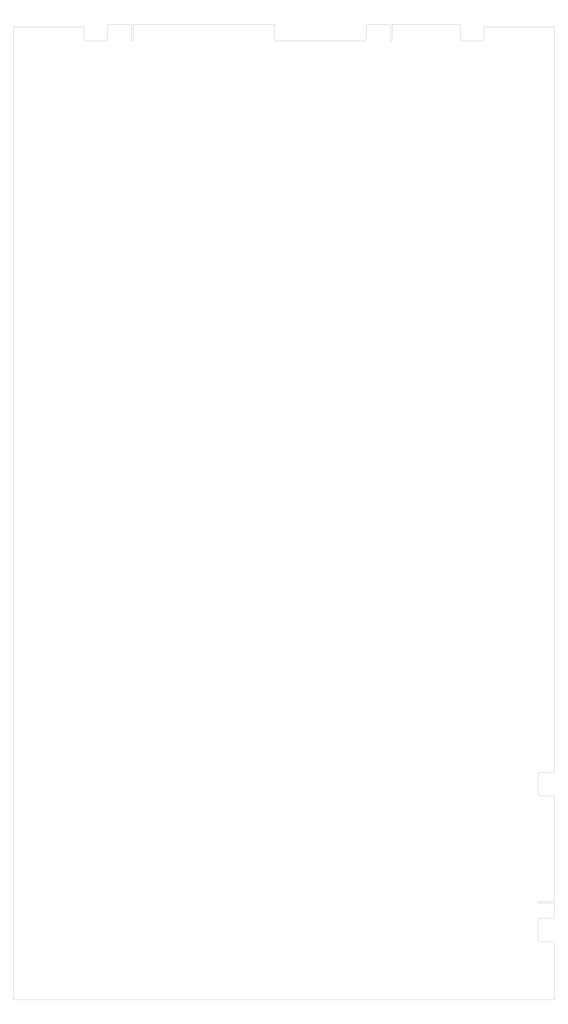
<source format=gbr>
%TF.GenerationSoftware,KiCad,Pcbnew,(6.0.1)*%
%TF.CreationDate,2022-02-09T00:16:26-07:00*%
%TF.ProjectId,atari_gravitar_black_widow,61746172-695f-4677-9261-76697461725f,rev?*%
%TF.SameCoordinates,Original*%
%TF.FileFunction,Profile,NP*%
%FSLAX46Y46*%
G04 Gerber Fmt 4.6, Leading zero omitted, Abs format (unit mm)*
G04 Created by KiCad (PCBNEW (6.0.1)) date 2022-02-09 00:16:26*
%MOMM*%
%LPD*%
G01*
G04 APERTURE LIST*
%TA.AperFunction,Profile*%
%ADD10C,0.025400*%
%TD*%
G04 APERTURE END LIST*
D10*
X316103000Y-496951000D02*
X325120000Y-496951000D01*
X316103000Y-496951000D02*
X316103000Y-497713000D01*
X325120000Y-497713000D02*
X316103000Y-497713000D01*
X325120000Y-496951000D02*
X325120000Y-440055000D01*
X325120000Y-506095000D02*
X325120000Y-497840000D01*
X325120000Y-440055000D02*
X317500000Y-440055000D01*
X316230000Y-438784999D02*
G75*
G03*
X317500000Y-440054999I1269999J-1D01*
G01*
X316230000Y-428625001D02*
X316230000Y-438784999D01*
X325120000Y-497840000D02*
X325120000Y-497713000D01*
X317500000Y-506095000D02*
X325120000Y-506095000D01*
X33020000Y-25400000D02*
X71120000Y-25400000D01*
X236601000Y-24130000D02*
X236601000Y-33020000D01*
X325120000Y-25400000D02*
X325120000Y-25400000D01*
X287020000Y-25400000D02*
X325120000Y-25400000D01*
X237490000Y-33020000D02*
X237490000Y-24130000D01*
X33020000Y-549910000D02*
X100965000Y-549910000D01*
X96774000Y-24130000D02*
X83820000Y-24130000D01*
X97663000Y-33020000D02*
X97663000Y-24130000D01*
X316230001Y-507365001D02*
X316230001Y-517524999D01*
X325120000Y-382270000D02*
X325120000Y-25400000D01*
X257175000Y-549910000D02*
X100965000Y-549910000D01*
X285750000Y-33020000D02*
X275590000Y-33020000D01*
X274320000Y-31750000D02*
X274320000Y-24130000D01*
X33020000Y-549910000D02*
X33020000Y-25400000D01*
X82550000Y-33020000D02*
G75*
G03*
X83820000Y-31750000I1J1269999D01*
G01*
X173990001Y-31749999D02*
X173990001Y-24129999D01*
X274320001Y-31750000D02*
G75*
G03*
X275590001Y-33020000I1269999J-1D01*
G01*
X285749999Y-33020000D02*
G75*
G03*
X287019999Y-31750000I1J1269999D01*
G01*
X317500001Y-506095001D02*
G75*
G03*
X316230001Y-507365001I-1J-1269999D01*
G01*
X222249999Y-33019999D02*
G75*
G03*
X223519999Y-31749999I1J1269999D01*
G01*
X325120000Y-549910000D02*
X257175000Y-549910000D01*
X316230001Y-517524999D02*
G75*
G03*
X317500001Y-518794999I1269999J-1D01*
G01*
X325120000Y-518795000D02*
X325120000Y-549910000D01*
X71120000Y-31750000D02*
G75*
G03*
X72390000Y-33020000I1269999J-1D01*
G01*
X274320000Y-24130000D02*
X237490000Y-24130000D01*
X97663000Y-24130000D02*
X173990001Y-24129999D01*
X96774000Y-24130000D02*
X96774000Y-33020000D01*
X325120000Y-427355000D02*
X325120000Y-382270000D01*
X82550000Y-33020000D02*
X72390000Y-33020000D01*
X236601000Y-24130000D02*
X223520000Y-24130000D01*
X71120000Y-31750000D02*
X71120000Y-25400000D01*
X287019999Y-31750000D02*
X287020000Y-25400000D01*
X223520000Y-31750000D02*
X223520000Y-24130000D01*
X317500000Y-427355000D02*
X325120000Y-427355000D01*
X317500000Y-427355001D02*
G75*
G03*
X316230000Y-428625001I-1J-1269999D01*
G01*
X97663000Y-33020000D02*
X96774000Y-33020000D01*
X173990001Y-31749999D02*
G75*
G03*
X175260001Y-33019999I1269999J-1D01*
G01*
X237490000Y-33020000D02*
X236601000Y-33020000D01*
X222249999Y-33019999D02*
X175260001Y-33019999D01*
X83820000Y-31750000D02*
X83820000Y-24130000D01*
X317500000Y-518795000D02*
X325120000Y-518795000D01*
M02*

</source>
